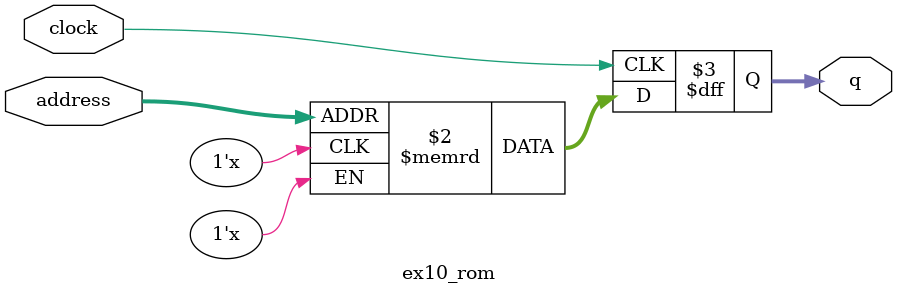
<source format=sv>
module ex10_rom (
	input logic clock,
	input logic [9:0] address,
	output logic [3:0] q
);

logic [3:0] memory [0:1023] /* synthesis ram_init_file = "./ex10/ex10.mif" */;

always_ff @ (posedge clock) begin
	q <= memory[address];
end

endmodule

</source>
